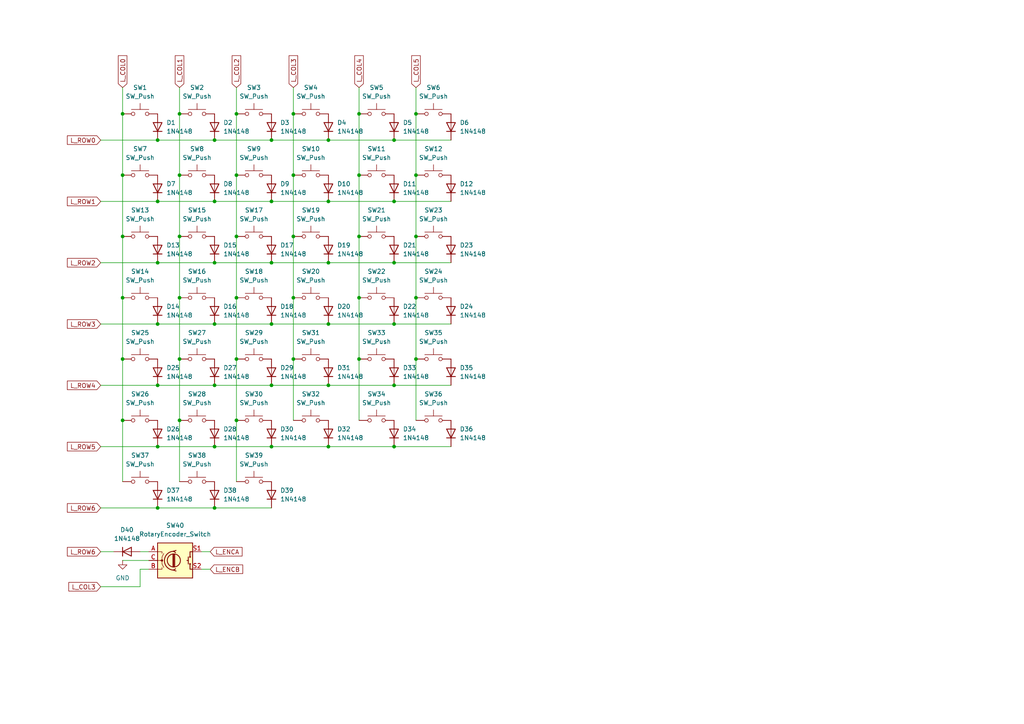
<source format=kicad_sch>
(kicad_sch (version 20250114) (generator "eeschema") (generator_version "9.0")
  (paper "A4")
  (lib_symbols
    (symbol "Device:RotaryEncoder_Switch" (pin_names (offset 0.254) (hide yes))
      (property "Reference" "SW" (at 0 6.604 0))
      (property "Value" "RotaryEncoder_Switch" (at 0 -6.604 0))
      (symbol "RotaryEncoder_Switch_0_1"
        (rectangle (start -5.08 5.08) (end 5.08 -5.08) (stroke (width 0.254)) (fill (type background)))
        (polyline (pts (xy -5.08 2.54) (xy -3.81 2.54) (xy -3.81 2.032)))
        (polyline (pts (xy -5.08 0) (xy -3.81 0) (xy -3.81 -1.016) (xy -3.302 -2.032)))
        (polyline (pts (xy -5.08 -2.54) (xy -3.81 -2.54) (xy -3.81 -2.032)))
        (polyline (pts (xy -4.318 0) (xy -3.81 0) (xy -3.81 1.016) (xy -3.302 2.032)))
        (circle (center -3.81 0) (radius 0.254) (fill (type outline)))
        (polyline (pts (xy -0.635 -1.778) (xy -0.635 1.778)) (stroke (width 0.254)))
        (circle (center -0.381 0) (radius 1.905) (stroke (width 0.254)))
        (polyline (pts (xy -0.381 -1.778) (xy -0.381 1.778)) (stroke (width 0.254)))
        (arc (start -0.381 -2.794) (mid -3.0988 -0.0635) (end -0.381 2.667) (stroke (width 0.254)))
        (polyline (pts (xy -0.127 1.778) (xy -0.127 -1.778)) (stroke (width 0.254)))
        (polyline (pts (xy 0.254 2.921) (xy -0.508 2.667) (xy 0.127 2.286)) (stroke (width 0.254)))
        (polyline (pts (xy 0.254 -3.048) (xy -0.508 -2.794) (xy 0.127 -2.413)) (stroke (width 0.254)))
        (polyline (pts (xy 3.81 1.016) (xy 3.81 -1.016)) (stroke (width 0.254)))
        (polyline (pts (xy 3.81 0) (xy 3.429 0)) (stroke (width 0.254)))
        (circle (center 4.318 1.016) (radius 0.127) (stroke (width 0.254)))
        (circle (center 4.318 -1.016) (radius 0.127) (stroke (width 0.254)))
        (polyline (pts (xy 5.08 2.54) (xy 4.318 2.54) (xy 4.318 1.016)) (stroke (width 0.254)))
        (polyline (pts (xy 5.08 -2.54) (xy 4.318 -2.54) (xy 4.318 -1.016)) (stroke (width 0.254)))
      )
      (symbol "RotaryEncoder_Switch_1_1"
        (pin passive line (at -7.62 2.54 0) (length 2.54) (name "A") (number "A"))
        (pin passive line (at -7.62 0 0) (length 2.54) (name "C") (number "C"))
        (pin passive line (at -7.62 -2.54 0) (length 2.54) (name "B") (number "B"))
        (pin passive line (at 7.62 2.54 180) (length 2.54) (name "S1") (number "S1"))
        (pin passive line (at 7.62 -2.54 180) (length 2.54) (name "S2") (number "S2"))
      )
    )
    (symbol "Diode:1N4148" (pin_numbers (hide yes)) (pin_names (hide yes))
      (property "Reference" "D" (at 0 2.54 0))
      (property "Value" "1N4148" (at 0 -2.54 0))
      (symbol "1N4148_0_1"
        (polyline (pts (xy -1.27 1.27) (xy -1.27 -1.27)) (stroke (width 0.254)))
        (polyline (pts (xy 1.27 1.27) (xy 1.27 -1.27) (xy -1.27 0) (xy 1.27 1.27)) (stroke (width 0.254)))
        (polyline (pts (xy 1.27 0) (xy -1.27 0)))
      )
      (symbol "1N4148_1_1"
        (pin passive line (at -3.81 0 0) (length 2.54) (name "K") (number "1"))
        (pin passive line (at 3.81 0 180) (length 2.54) (name "A") (number "2"))
      )
    )
    (symbol "Switch:SW_Push" (pin_numbers (hide yes)) (pin_names (offset 1.016) (hide yes))
      (property "Reference" "SW" (at 1.27 2.54 0))
      (property "Value" "SW_Push" (at 0 -1.524 0))
      (symbol "SW_Push_0_1"
        (circle (center -2.032 0) (radius 0.508))
        (polyline (pts (xy 0 1.27) (xy 0 3.048)))
        (circle (center 2.032 0) (radius 0.508))
        (polyline (pts (xy 2.54 1.27) (xy -2.54 1.27)))
        (pin passive line (at -5.08 0 0) (length 2.54) (name "1") (number "1"))
        (pin passive line (at 5.08 0 180) (length 2.54) (name "2") (number "2"))
      )
    )
    (symbol "power:GND" (power) (pin_numbers (hide yes)) (pin_names (offset 0) (hide yes))
      (property "Value" "GND" (at 0 -3.81 0))
      (symbol "GND_0_1"
        (polyline (pts (xy 0 0) (xy 0 -1.27) (xy 1.27 -1.27) (xy 0 -2.54) (xy -1.27 -1.27) (xy 0 -1.27)))
      )
      (symbol "GND_1_1"
        (pin power_in line (at 0 0 270) (length 0) (name "~") (number "1"))
      )
    )
  )
  (junction (at 104.14 68.58))
  (junction (at 120.65 50.8))
  (junction (at 62.23 58.42))
  (junction (at 95.25 40.64))
  (junction (at 85.09 86.36))
  (junction (at 68.58 121.92))
  (junction (at 104.14 50.8))
  (junction (at 52.07 50.8))
  (junction (at 35.56 121.92))
  (junction (at 35.56 86.36))
  (junction (at 45.72 129.54))
  (junction (at 62.23 111.76))
  (junction (at 95.25 129.54))
  (junction (at 95.25 93.98))
  (junction (at 45.72 93.98))
  (junction (at 104.14 33.02))
  (junction (at 52.07 68.58))
  (junction (at 78.74 76.2))
  (junction (at 68.58 33.02))
  (junction (at 120.65 33.02))
  (junction (at 52.07 104.14))
  (junction (at 78.74 93.98))
  (junction (at 45.72 147.32))
  (junction (at 95.25 58.42))
  (junction (at 120.65 104.14))
  (junction (at 45.72 76.2))
  (junction (at 35.56 33.02))
  (junction (at 68.58 68.58))
  (junction (at 68.58 104.14))
  (junction (at 114.3 93.98))
  (junction (at 45.72 40.64))
  (junction (at 104.14 104.14))
  (junction (at 95.25 76.2))
  (junction (at 45.72 111.76))
  (junction (at 78.74 40.64))
  (junction (at 45.72 58.42))
  (junction (at 35.56 104.14))
  (junction (at 52.07 121.92))
  (junction (at 85.09 33.02))
  (junction (at 120.65 86.36))
  (junction (at 35.56 50.8))
  (junction (at 62.23 147.32))
  (junction (at 62.23 129.54))
  (junction (at 104.14 86.36))
  (junction (at 52.07 33.02))
  (junction (at 78.74 58.42))
  (junction (at 78.74 129.54))
  (junction (at 68.58 50.8))
  (junction (at 114.3 111.76))
  (junction (at 114.3 40.64))
  (junction (at 62.23 40.64))
  (junction (at 85.09 104.14))
  (junction (at 68.58 86.36))
  (junction (at 78.74 111.76))
  (junction (at 85.09 50.8))
  (junction (at 120.65 68.58))
  (junction (at 62.23 76.2))
  (junction (at 95.25 111.76))
  (junction (at 114.3 129.54))
  (junction (at 85.09 68.58))
  (junction (at 114.3 76.2))
  (junction (at 35.56 68.58))
  (junction (at 114.3 58.42))
  (junction (at 62.23 93.98))
  (junction (at 52.07 86.36))
  (wire (pts (xy 120.65 104.14) (xy 120.65 121.92)))
  (wire (pts (xy 52.07 104.14) (xy 52.07 121.92)))
  (wire (pts (xy 35.56 68.58) (xy 35.56 86.36)))
  (wire (pts (xy 45.72 40.64) (xy 62.23 40.64)))
  (wire (pts (xy 29.21 111.76) (xy 45.72 111.76)))
  (wire (pts (xy 62.23 76.2) (xy 78.74 76.2)))
  (wire (pts (xy 45.72 129.54) (xy 62.23 129.54)))
  (wire (pts (xy 114.3 111.76) (xy 130.81 111.76)))
  (wire (pts (xy 104.14 33.02) (xy 104.14 50.8)))
  (wire (pts (xy 35.56 50.8) (xy 35.56 68.58)))
  (wire (pts (xy 68.58 121.92) (xy 68.58 139.7)))
  (wire (pts (xy 62.23 111.76) (xy 78.74 111.76)))
  (wire (pts (xy 85.09 33.02) (xy 85.09 50.8)))
  (wire (pts (xy 52.07 25.4) (xy 52.07 33.02)))
  (wire (pts (xy 35.56 162.56) (xy 43.18 162.56)))
  (wire (pts (xy 114.3 58.42) (xy 130.81 58.42)))
  (wire (pts (xy 52.07 50.8) (xy 52.07 68.58)))
  (wire (pts (xy 52.07 121.92) (xy 52.07 139.7)))
  (wire (pts (xy 58.42 160.02) (xy 60.96 160.02)))
  (wire (pts (xy 62.23 129.54) (xy 78.74 129.54)))
  (wire (pts (xy 45.72 76.2) (xy 62.23 76.2)))
  (wire (pts (xy 35.56 25.4) (xy 35.56 33.02)))
  (wire (pts (xy 40.64 165.1) (xy 43.18 165.1)))
  (wire (pts (xy 45.72 93.98) (xy 62.23 93.98)))
  (wire (pts (xy 62.23 147.32) (xy 78.74 147.32)))
  (wire (pts (xy 45.72 147.32) (xy 62.23 147.32)))
  (wire (pts (xy 114.3 129.54) (xy 130.81 129.54)))
  (wire (pts (xy 45.72 58.42) (xy 62.23 58.42)))
  (wire (pts (xy 58.42 165.1) (xy 60.96 165.1)))
  (wire (pts (xy 29.21 147.32) (xy 45.72 147.32)))
  (wire (pts (xy 52.07 86.36) (xy 52.07 104.14)))
  (wire (pts (xy 52.07 33.02) (xy 52.07 50.8)))
  (wire (pts (xy 45.72 111.76) (xy 62.23 111.76)))
  (wire (pts (xy 95.25 40.64) (xy 114.3 40.64)))
  (wire (pts (xy 95.25 58.42) (xy 114.3 58.42)))
  (wire (pts (xy 104.14 50.8) (xy 104.14 68.58)))
  (wire (pts (xy 85.09 104.14) (xy 85.09 121.92)))
  (wire (pts (xy 104.14 86.36) (xy 104.14 104.14)))
  (wire (pts (xy 62.23 93.98) (xy 78.74 93.98)))
  (wire (pts (xy 52.07 68.58) (xy 52.07 86.36)))
  (wire (pts (xy 85.09 25.4) (xy 85.09 33.02)))
  (wire (pts (xy 95.25 93.98) (xy 114.3 93.98)))
  (wire (pts (xy 68.58 25.4) (xy 68.58 33.02)))
  (wire (pts (xy 29.21 93.98) (xy 45.72 93.98)))
  (wire (pts (xy 68.58 50.8) (xy 68.58 68.58)))
  (wire (pts (xy 85.09 68.58) (xy 85.09 86.36)))
  (wire (pts (xy 40.64 170.18) (xy 40.64 165.1)))
  (wire (pts (xy 120.65 50.8) (xy 120.65 68.58)))
  (wire (pts (xy 29.21 160.02) (xy 33.02 160.02)))
  (wire (pts (xy 68.58 68.58) (xy 68.58 86.36)))
  (wire (pts (xy 68.58 86.36) (xy 68.58 104.14)))
  (wire (pts (xy 29.21 129.54) (xy 45.72 129.54)))
  (wire (pts (xy 35.56 121.92) (xy 35.56 139.7)))
  (wire (pts (xy 78.74 76.2) (xy 95.25 76.2)))
  (wire (pts (xy 29.21 76.2) (xy 45.72 76.2)))
  (wire (pts (xy 114.3 40.64) (xy 130.81 40.64)))
  (wire (pts (xy 95.25 111.76) (xy 114.3 111.76)))
  (wire (pts (xy 35.56 104.14) (xy 35.56 121.92)))
  (wire (pts (xy 78.74 40.64) (xy 95.25 40.64)))
  (wire (pts (xy 104.14 68.58) (xy 104.14 86.36)))
  (wire (pts (xy 104.14 104.14) (xy 104.14 121.92)))
  (wire (pts (xy 120.65 25.4) (xy 120.65 33.02)))
  (wire (pts (xy 78.74 93.98) (xy 95.25 93.98)))
  (wire (pts (xy 78.74 111.76) (xy 95.25 111.76)))
  (wire (pts (xy 85.09 86.36) (xy 85.09 104.14)))
  (wire (pts (xy 29.21 40.64) (xy 45.72 40.64)))
  (wire (pts (xy 114.3 93.98) (xy 130.81 93.98)))
  (wire (pts (xy 104.14 25.4) (xy 104.14 33.02)))
  (wire (pts (xy 68.58 104.14) (xy 68.58 121.92)))
  (wire (pts (xy 78.74 58.42) (xy 95.25 58.42)))
  (wire (pts (xy 114.3 76.2) (xy 130.81 76.2)))
  (wire (pts (xy 62.23 58.42) (xy 78.74 58.42)))
  (wire (pts (xy 120.65 33.02) (xy 120.65 50.8)))
  (wire (pts (xy 68.58 33.02) (xy 68.58 50.8)))
  (wire (pts (xy 120.65 86.36) (xy 120.65 104.14)))
  (wire (pts (xy 29.21 170.18) (xy 40.64 170.18)))
  (wire (pts (xy 40.64 160.02) (xy 43.18 160.02)))
  (wire (pts (xy 85.09 50.8) (xy 85.09 68.58)))
  (wire (pts (xy 29.21 58.42) (xy 45.72 58.42)))
  (wire (pts (xy 78.74 129.54) (xy 95.25 129.54)))
  (wire (pts (xy 95.25 129.54) (xy 114.3 129.54)))
  (wire (pts (xy 62.23 40.64) (xy 78.74 40.64)))
  (wire (pts (xy 35.56 33.02) (xy 35.56 50.8)))
  (wire (pts (xy 95.25 76.2) (xy 114.3 76.2)))
  (wire (pts (xy 120.65 68.58) (xy 120.65 86.36)))
  (wire (pts (xy 35.56 86.36) (xy 35.56 104.14)))
  (global_label "L_ENCB" (shape input) (at 60.96 165.1 0) (property "Intersheetrefs" "${INTERSHEET_REFS}" (effects (hide yes))))
  (global_label "L_COL3" (shape input) (at 29.21 170.18 180) (property "Intersheetrefs" "${INTERSHEET_REFS}" (effects (hide yes))))
  (global_label "L_COL1" (shape input) (at 52.07 25.4 90) (property "Intersheetrefs" "${INTERSHEET_REFS}" (effects (hide yes))))
  (global_label "L_ROW0" (shape input) (at 29.21 40.64 180) (property "Intersheetrefs" "${INTERSHEET_REFS}" (effects (hide yes))))
  (global_label "L_ROW3" (shape input) (at 29.21 93.98 180) (property "Intersheetrefs" "${INTERSHEET_REFS}" (effects (hide yes))))
  (global_label "L_COL2" (shape input) (at 68.58 25.4 90) (property "Intersheetrefs" "${INTERSHEET_REFS}" (effects (hide yes))))
  (global_label "L_ENCA" (shape input) (at 60.96 160.02 0) (property "Intersheetrefs" "${INTERSHEET_REFS}" (effects (hide yes))))
  (global_label "L_ROW6" (shape input) (at 29.21 160.02 180) (property "Intersheetrefs" "${INTERSHEET_REFS}" (effects (hide yes))))
  (global_label "L_ROW4" (shape input) (at 29.21 111.76 180) (property "Intersheetrefs" "${INTERSHEET_REFS}" (effects (hide yes))))
  (global_label "L_COL4" (shape input) (at 104.14 25.4 90) (property "Intersheetrefs" "${INTERSHEET_REFS}" (effects (hide yes))))
  (global_label "L_ROW2" (shape input) (at 29.21 76.2 180) (property "Intersheetrefs" "${INTERSHEET_REFS}" (effects (hide yes))))
  (global_label "L_ROW1" (shape input) (at 29.21 58.42 180) (property "Intersheetrefs" "${INTERSHEET_REFS}" (effects (hide yes))))
  (global_label "L_ROW6" (shape input) (at 29.21 147.32 180) (property "Intersheetrefs" "${INTERSHEET_REFS}" (effects (hide yes))))
  (global_label "L_ROW5" (shape input) (at 29.21 129.54 180) (property "Intersheetrefs" "${INTERSHEET_REFS}" (effects (hide yes))))
  (global_label "L_COL0" (shape input) (at 35.56 25.4 90) (property "Intersheetrefs" "${INTERSHEET_REFS}" (effects (hide yes))))
  (global_label "L_COL3" (shape input) (at 85.09 25.4 90) (property "Intersheetrefs" "${INTERSHEET_REFS}" (effects (hide yes))))
  (global_label "L_COL5" (shape input) (at 120.65 25.4 90) (property "Intersheetrefs" "${INTERSHEET_REFS}" (effects (hide yes))))
  (symbol (lib_id "Diode:1N4148") (at 45.72 90.17 90) (unit 1)
    (property "Reference" "D14" (at 48.26 88.8999 90) (effects (justify right)))
    (property "Value" "1N4148" (at 48.26 91.4399 90) (effects (justify right)))
    (property "Footprint" "Diode_THT:D_DO-35_SOD27_P7.62mm_Horizontal" (effects (hide yes)))
    (property "Datasheet" "https://assets.nexperia.com/documents/data-sheet/1N4148_1N4448.pdf" (effects (hide yes)))
    (property "Description" "100V 0.15A standard switching diode, DO-35" (effects (hide yes)))
    (property "Sim.Device" "D" (effects (hide yes)))
    (property "Sim.Pins" "1=K 2=A" (effects (hide yes)))
  )
  (symbol (lib_id "Switch:SW_Push") (at 57.15 139.7 0) (unit 1)
    (property "Reference" "SW38" (at 57.15 132.08 0))
    (property "Value" "SW_Push" (at 57.15 134.62 0))
    (property "Footprint" "Gateron_KS33_Hotswap:Gateron-KS33-Hotswap-1U" (effects (hide yes)))
    (property "Description" "Push button switch, generic, two pins" (effects (hide yes)))
  )
  (symbol (lib_id "Switch:SW_Push") (at 109.22 68.58 0) (unit 1)
    (property "Reference" "SW21" (at 109.22 60.96 0))
    (property "Value" "SW_Push" (at 109.22 63.5 0))
    (property "Footprint" "Gateron_KS33_Hotswap:Gateron-KS33-Hotswap-1U" (effects (hide yes)))
    (property "Description" "Push button switch, generic, two pins" (effects (hide yes)))
  )
  (symbol (lib_id "Diode:1N4148") (at 95.25 107.95 90) (unit 1)
    (property "Reference" "D31" (at 97.79 106.6799 90) (effects (justify right)))
    (property "Value" "1N4148" (at 97.79 109.2199 90) (effects (justify right)))
    (property "Footprint" "Diode_THT:D_DO-35_SOD27_P7.62mm_Horizontal" (effects (hide yes)))
    (property "Datasheet" "https://assets.nexperia.com/documents/data-sheet/1N4148_1N4448.pdf" (effects (hide yes)))
    (property "Description" "100V 0.15A standard switching diode, DO-35" (effects (hide yes)))
    (property "Sim.Device" "D" (effects (hide yes)))
    (property "Sim.Pins" "1=K 2=A" (effects (hide yes)))
  )
  (symbol (lib_id "Switch:SW_Push") (at 90.17 86.36 0) (unit 1)
    (property "Reference" "SW20" (at 90.17 78.74 0))
    (property "Value" "SW_Push" (at 90.17 81.28 0))
    (property "Footprint" "Gateron_KS33_Hotswap:Gateron-KS33-Hotswap-1U" (effects (hide yes)))
    (property "Description" "Push button switch, generic, two pins" (effects (hide yes)))
  )
  (symbol (lib_id "Diode:1N4148") (at 78.74 72.39 90) (unit 1)
    (property "Reference" "D17" (at 81.28 71.1199 90) (effects (justify right)))
    (property "Value" "1N4148" (at 81.28 73.6599 90) (effects (justify right)))
    (property "Footprint" "Diode_THT:D_DO-35_SOD27_P7.62mm_Horizontal" (effects (hide yes)))
    (property "Datasheet" "https://assets.nexperia.com/documents/data-sheet/1N4148_1N4448.pdf" (effects (hide yes)))
    (property "Description" "100V 0.15A standard switching diode, DO-35" (effects (hide yes)))
    (property "Sim.Device" "D" (effects (hide yes)))
    (property "Sim.Pins" "1=K 2=A" (effects (hide yes)))
  )
  (symbol (lib_id "Switch:SW_Push") (at 57.15 104.14 0) (unit 1)
    (property "Reference" "SW27" (at 57.15 96.52 0))
    (property "Value" "SW_Push" (at 57.15 99.06 0))
    (property "Footprint" "Gateron_KS33_Hotswap:Gateron-KS33-Hotswap-1U" (effects (hide yes)))
    (property "Description" "Push button switch, generic, two pins" (effects (hide yes)))
  )
  (symbol (lib_id "power:GND") (at 35.56 162.56 0) (unit 1)
    (property "Reference" "#PWR06" (effects (hide yes)))
    (property "Value" "GND" (at 35.56 167.64 0))
    (property "Description" "Power symbol creates a global label with name \"GND\" , ground" (effects (hide yes)))
  )
  (symbol (lib_id "Switch:SW_Push") (at 57.15 33.02 0) (unit 1)
    (property "Reference" "SW2" (at 57.15 25.4 0))
    (property "Value" "SW_Push" (at 57.15 27.94 0))
    (property "Footprint" "Gateron_KS33_Hotswap:Gateron-KS33-Hotswap-1U" (effects (hide yes)))
    (property "Description" "Push button switch, generic, two pins" (effects (hide yes)))
  )
  (symbol (lib_id "Switch:SW_Push") (at 109.22 33.02 0) (unit 1)
    (property "Reference" "SW5" (at 109.22 25.4 0))
    (property "Value" "SW_Push" (at 109.22 27.94 0))
    (property "Footprint" "Gateron_KS33_Hotswap:Gateron-KS33-Hotswap-1U" (effects (hide yes)))
    (property "Description" "Push button switch, generic, two pins" (effects (hide yes)))
  )
  (symbol (lib_id "Switch:SW_Push") (at 73.66 104.14 0) (unit 1)
    (property "Reference" "SW29" (at 73.66 96.52 0))
    (property "Value" "SW_Push" (at 73.66 99.06 0))
    (property "Footprint" "Gateron_KS33_Hotswap:Gateron-KS33-Hotswap-1U" (effects (hide yes)))
    (property "Description" "Push button switch, generic, two pins" (effects (hide yes)))
  )
  (symbol (lib_id "Switch:SW_Push") (at 40.64 121.92 0) (unit 1)
    (property "Reference" "SW26" (at 40.64 114.3 0))
    (property "Value" "SW_Push" (at 40.64 116.84 0))
    (property "Footprint" "Gateron_KS33_Hotswap:Gateron-KS33-Hotswap-1U" (effects (hide yes)))
    (property "Description" "Push button switch, generic, two pins" (effects (hide yes)))
  )
  (symbol (lib_id "Diode:1N4148") (at 130.81 90.17 90) (unit 1)
    (property "Reference" "D24" (at 133.35 88.8999 90) (effects (justify right)))
    (property "Value" "1N4148" (at 133.35 91.4399 90) (effects (justify right)))
    (property "Footprint" "Diode_THT:D_DO-35_SOD27_P7.62mm_Horizontal" (effects (hide yes)))
    (property "Datasheet" "https://assets.nexperia.com/documents/data-sheet/1N4148_1N4448.pdf" (effects (hide yes)))
    (property "Description" "100V 0.15A standard switching diode, DO-35" (effects (hide yes)))
    (property "Sim.Device" "D" (effects (hide yes)))
    (property "Sim.Pins" "1=K 2=A" (effects (hide yes)))
  )
  (symbol (lib_id "Device:RotaryEncoder_Switch") (at 50.8 162.56 0) (unit 1)
    (property "Reference" "SW40" (at 50.8 152.4 0))
    (property "Value" "RotaryEncoder_Switch" (at 50.8 154.94 0))
    (property "Footprint" "Rotary_Encoder:RotaryEncoder_Alps_EC11E-Switch_Vertical_H20mm" (effects (hide yes)))
    (property "Description" "Rotary encoder, dual channel, incremental quadrate outputs, with switch" (effects (hide yes)))
  )
  (symbol (lib_id "Switch:SW_Push") (at 40.64 50.8 0) (unit 1)
    (property "Reference" "SW7" (at 40.64 43.18 0))
    (property "Value" "SW_Push" (at 40.64 45.72 0))
    (property "Footprint" "Gateron_KS33_Hotswap:Gateron-KS33-Hotswap-1U" (effects (hide yes)))
    (property "Description" "Push button switch, generic, two pins" (effects (hide yes)))
  )
  (symbol (lib_id "Switch:SW_Push") (at 90.17 50.8 0) (unit 1)
    (property "Reference" "SW10" (at 90.17 43.18 0))
    (property "Value" "SW_Push" (at 90.17 45.72 0))
    (property "Footprint" "Gateron_KS33_Hotswap:Gateron-KS33-Hotswap-1U" (effects (hide yes)))
    (property "Description" "Push button switch, generic, two pins" (effects (hide yes)))
  )
  (symbol (lib_id "Diode:1N4148") (at 78.74 143.51 90) (unit 1)
    (property "Reference" "D39" (at 81.28 142.2399 90) (effects (justify right)))
    (property "Value" "1N4148" (at 81.28 144.7799 90) (effects (justify right)))
    (property "Footprint" "Diode_THT:D_DO-35_SOD27_P7.62mm_Horizontal" (effects (hide yes)))
    (property "Datasheet" "https://assets.nexperia.com/documents/data-sheet/1N4148_1N4448.pdf" (effects (hide yes)))
    (property "Description" "100V 0.15A standard switching diode, DO-35" (effects (hide yes)))
    (property "Sim.Device" "D" (effects (hide yes)))
    (property "Sim.Pins" "1=K 2=A" (effects (hide yes)))
  )
  (symbol (lib_id "Switch:SW_Push") (at 109.22 104.14 0) (unit 1)
    (property "Reference" "SW33" (at 109.22 96.52 0))
    (property "Value" "SW_Push" (at 109.22 99.06 0))
    (property "Footprint" "Gateron_KS33_Hotswap:Gateron-KS33-Hotswap-1U" (effects (hide yes)))
    (property "Description" "Push button switch, generic, two pins" (effects (hide yes)))
  )
  (symbol (lib_id "Diode:1N4148") (at 78.74 54.61 90) (unit 1)
    (property "Reference" "D9" (at 81.28 53.3399 90) (effects (justify right)))
    (property "Value" "1N4148" (at 81.28 55.8799 90) (effects (justify right)))
    (property "Footprint" "Diode_THT:D_DO-35_SOD27_P7.62mm_Horizontal" (effects (hide yes)))
    (property "Datasheet" "https://assets.nexperia.com/documents/data-sheet/1N4148_1N4448.pdf" (effects (hide yes)))
    (property "Description" "100V 0.15A standard switching diode, DO-35" (effects (hide yes)))
    (property "Sim.Device" "D" (effects (hide yes)))
    (property "Sim.Pins" "1=K 2=A" (effects (hide yes)))
  )
  (symbol (lib_id "Switch:SW_Push") (at 90.17 68.58 0) (unit 1)
    (property "Reference" "SW19" (at 90.17 60.96 0))
    (property "Value" "SW_Push" (at 90.17 63.5 0))
    (property "Footprint" "Gateron_KS33_Hotswap:Gateron-KS33-Hotswap-1U" (effects (hide yes)))
    (property "Description" "Push button switch, generic, two pins" (effects (hide yes)))
  )
  (symbol (lib_id "Switch:SW_Push") (at 125.73 86.36 0) (unit 1)
    (property "Reference" "SW24" (at 125.73 78.74 0))
    (property "Value" "SW_Push" (at 125.73 81.28 0))
    (property "Footprint" "Gateron_KS33_Hotswap:Gateron-KS33-Hotswap-1.25U" (effects (hide yes)))
    (property "Description" "Push button switch, generic, two pins" (effects (hide yes)))
  )
  (symbol (lib_id "Switch:SW_Push") (at 40.64 33.02 0) (unit 1)
    (property "Reference" "SW1" (at 40.64 25.4 0))
    (property "Value" "SW_Push" (at 40.64 27.94 0))
    (property "Footprint" "Gateron_KS33_Hotswap:Gateron-KS33-Hotswap-1U" (effects (hide yes)))
    (property "Description" "Push button switch, generic, two pins" (effects (hide yes)))
  )
  (symbol (lib_id "Diode:1N4148") (at 78.74 36.83 90) (unit 1)
    (property "Reference" "D3" (at 81.28 35.5599 90) (effects (justify right)))
    (property "Value" "1N4148" (at 81.28 38.0999 90) (effects (justify right)))
    (property "Footprint" "Diode_THT:D_DO-35_SOD27_P7.62mm_Horizontal" (effects (hide yes)))
    (property "Datasheet" "https://assets.nexperia.com/documents/data-sheet/1N4148_1N4448.pdf" (effects (hide yes)))
    (property "Description" "100V 0.15A standard switching diode, DO-35" (effects (hide yes)))
    (property "Sim.Device" "D" (effects (hide yes)))
    (property "Sim.Pins" "1=K 2=A" (effects (hide yes)))
  )
  (symbol (lib_id "Diode:1N4148") (at 62.23 90.17 90) (unit 1)
    (property "Reference" "D16" (at 64.77 88.8999 90) (effects (justify right)))
    (property "Value" "1N4148" (at 64.77 91.4399 90) (effects (justify right)))
    (property "Footprint" "Diode_THT:D_DO-35_SOD27_P7.62mm_Horizontal" (effects (hide yes)))
    (property "Datasheet" "https://assets.nexperia.com/documents/data-sheet/1N4148_1N4448.pdf" (effects (hide yes)))
    (property "Description" "100V 0.15A standard switching diode, DO-35" (effects (hide yes)))
    (property "Sim.Device" "D" (effects (hide yes)))
    (property "Sim.Pins" "1=K 2=A" (effects (hide yes)))
  )
  (symbol (lib_id "Diode:1N4148") (at 45.72 72.39 90) (unit 1)
    (property "Reference" "D13" (at 48.26 71.1199 90) (effects (justify right)))
    (property "Value" "1N4148" (at 48.26 73.6599 90) (effects (justify right)))
    (property "Footprint" "Diode_THT:D_DO-35_SOD27_P7.62mm_Horizontal" (effects (hide yes)))
    (property "Datasheet" "https://assets.nexperia.com/documents/data-sheet/1N4148_1N4448.pdf" (effects (hide yes)))
    (property "Description" "100V 0.15A standard switching diode, DO-35" (effects (hide yes)))
    (property "Sim.Device" "D" (effects (hide yes)))
    (property "Sim.Pins" "1=K 2=A" (effects (hide yes)))
  )
  (symbol (lib_id "Switch:SW_Push") (at 73.66 121.92 0) (unit 1)
    (property "Reference" "SW30" (at 73.66 114.3 0))
    (property "Value" "SW_Push" (at 73.66 116.84 0))
    (property "Footprint" "Gateron_KS33_Hotswap:Gateron-KS33-Hotswap-2U" (effects (hide yes)))
    (property "Description" "Push button switch, generic, two pins" (effects (hide yes)))
  )
  (symbol (lib_id "Switch:SW_Push") (at 40.64 86.36 0) (unit 1)
    (property "Reference" "SW14" (at 40.64 78.74 0))
    (property "Value" "SW_Push" (at 40.64 81.28 0))
    (property "Footprint" "Gateron_KS33_Hotswap:Gateron-KS33-Hotswap-1U" (effects (hide yes)))
    (property "Description" "Push button switch, generic, two pins" (effects (hide yes)))
  )
  (symbol (lib_id "Switch:SW_Push") (at 109.22 86.36 0) (unit 1)
    (property "Reference" "SW22" (at 109.22 78.74 0))
    (property "Value" "SW_Push" (at 109.22 81.28 0))
    (property "Footprint" "Gateron_KS33_Hotswap:Gateron-KS33-Hotswap-1U" (effects (hide yes)))
    (property "Description" "Push button switch, generic, two pins" (effects (hide yes)))
  )
  (symbol (lib_id "Diode:1N4148") (at 45.72 36.83 90) (unit 1)
    (property "Reference" "D1" (at 48.26 35.5599 90) (effects (justify right)))
    (property "Value" "1N4148" (at 48.26 38.0999 90) (effects (justify right)))
    (property "Footprint" "Diode_THT:D_DO-35_SOD27_P7.62mm_Horizontal" (effects (hide yes)))
    (property "Datasheet" "https://assets.nexperia.com/documents/data-sheet/1N4148_1N4448.pdf" (effects (hide yes)))
    (property "Description" "100V 0.15A standard switching diode, DO-35" (effects (hide yes)))
    (property "Sim.Device" "D" (effects (hide yes)))
    (property "Sim.Pins" "1=K 2=A" (effects (hide yes)))
  )
  (symbol (lib_id "Diode:1N4148") (at 95.25 54.61 90) (unit 1)
    (property "Reference" "D10" (at 97.79 53.3399 90) (effects (justify right)))
    (property "Value" "1N4148" (at 97.79 55.8799 90) (effects (justify right)))
    (property "Footprint" "Diode_THT:D_DO-35_SOD27_P7.62mm_Horizontal" (effects (hide yes)))
    (property "Datasheet" "https://assets.nexperia.com/documents/data-sheet/1N4148_1N4448.pdf" (effects (hide yes)))
    (property "Description" "100V 0.15A standard switching diode, DO-35" (effects (hide yes)))
    (property "Sim.Device" "D" (effects (hide yes)))
    (property "Sim.Pins" "1=K 2=A" (effects (hide yes)))
  )
  (symbol (lib_id "Diode:1N4148") (at 130.81 72.39 90) (unit 1)
    (property "Reference" "D23" (at 133.35 71.1199 90) (effects (justify right)))
    (property "Value" "1N4148" (at 133.35 73.6599 90) (effects (justify right)))
    (property "Footprint" "Diode_THT:D_DO-35_SOD27_P7.62mm_Horizontal" (effects (hide yes)))
    (property "Datasheet" "https://assets.nexperia.com/documents/data-sheet/1N4148_1N4448.pdf" (effects (hide yes)))
    (property "Description" "100V 0.15A standard switching diode, DO-35" (effects (hide yes)))
    (property "Sim.Device" "D" (effects (hide yes)))
    (property "Sim.Pins" "1=K 2=A" (effects (hide yes)))
  )
  (symbol (lib_id "Switch:SW_Push") (at 73.66 68.58 0) (unit 1)
    (property "Reference" "SW17" (at 73.66 60.96 0))
    (property "Value" "SW_Push" (at 73.66 63.5 0))
    (property "Footprint" "Gateron_KS33_Hotswap:Gateron-KS33-Hotswap-1U" (effects (hide yes)))
    (property "Description" "Push button switch, generic, two pins" (effects (hide yes)))
  )
  (symbol (lib_id "Diode:1N4148") (at 62.23 107.95 90) (unit 1)
    (property "Reference" "D27" (at 64.77 106.6799 90) (effects (justify right)))
    (property "Value" "1N4148" (at 64.77 109.2199 90) (effects (justify right)))
    (property "Footprint" "Diode_THT:D_DO-35_SOD27_P7.62mm_Horizontal" (effects (hide yes)))
    (property "Datasheet" "https://assets.nexperia.com/documents/data-sheet/1N4148_1N4448.pdf" (effects (hide yes)))
    (property "Description" "100V 0.15A standard switching diode, DO-35" (effects (hide yes)))
    (property "Sim.Device" "D" (effects (hide yes)))
    (property "Sim.Pins" "1=K 2=A" (effects (hide yes)))
  )
  (symbol (lib_id "Diode:1N4148") (at 95.25 90.17 90) (unit 1)
    (property "Reference" "D20" (at 97.79 88.8999 90) (effects (justify right)))
    (property "Value" "1N4148" (at 97.79 91.4399 90) (effects (justify right)))
    (property "Footprint" "Diode_THT:D_DO-35_SOD27_P7.62mm_Horizontal" (effects (hide yes)))
    (property "Datasheet" "https://assets.nexperia.com/documents/data-sheet/1N4148_1N4448.pdf" (effects (hide yes)))
    (property "Description" "100V 0.15A standard switching diode, DO-35" (effects (hide yes)))
    (property "Sim.Device" "D" (effects (hide yes)))
    (property "Sim.Pins" "1=K 2=A" (effects (hide yes)))
  )
  (symbol (lib_id "Switch:SW_Push") (at 57.15 121.92 0) (unit 1)
    (property "Reference" "SW28" (at 57.15 114.3 0))
    (property "Value" "SW_Push" (at 57.15 116.84 0))
    (property "Footprint" "Gateron_KS33_Hotswap:Gateron-KS33-Hotswap-1U" (effects (hide yes)))
    (property "Description" "Push button switch, generic, two pins" (effects (hide yes)))
  )
  (symbol (lib_id "Diode:1N4148") (at 78.74 107.95 90) (unit 1)
    (property "Reference" "D29" (at 81.28 106.6799 90) (effects (justify right)))
    (property "Value" "1N4148" (at 81.28 109.2199 90) (effects (justify right)))
    (property "Footprint" "Diode_THT:D_DO-35_SOD27_P7.62mm_Horizontal" (effects (hide yes)))
    (property "Datasheet" "https://assets.nexperia.com/documents/data-sheet/1N4148_1N4448.pdf" (effects (hide yes)))
    (property "Description" "100V 0.15A standard switching diode, DO-35" (effects (hide yes)))
    (property "Sim.Device" "D" (effects (hide yes)))
    (property "Sim.Pins" "1=K 2=A" (effects (hide yes)))
  )
  (symbol (lib_id "Diode:1N4148") (at 78.74 90.17 90) (unit 1)
    (property "Reference" "D18" (at 81.28 88.8999 90) (effects (justify right)))
    (property "Value" "1N4148" (at 81.28 91.4399 90) (effects (justify right)))
    (property "Footprint" "Diode_THT:D_DO-35_SOD27_P7.62mm_Horizontal" (effects (hide yes)))
    (property "Datasheet" "https://assets.nexperia.com/documents/data-sheet/1N4148_1N4448.pdf" (effects (hide yes)))
    (property "Description" "100V 0.15A standard switching diode, DO-35" (effects (hide yes)))
    (property "Sim.Device" "D" (effects (hide yes)))
    (property "Sim.Pins" "1=K 2=A" (effects (hide yes)))
  )
  (symbol (lib_id "Diode:1N4148") (at 114.3 54.61 90) (unit 1)
    (property "Reference" "D11" (at 116.84 53.3399 90) (effects (justify right)))
    (property "Value" "1N4148" (at 116.84 55.8799 90) (effects (justify right)))
    (property "Footprint" "Diode_THT:D_DO-35_SOD27_P7.62mm_Horizontal" (effects (hide yes)))
    (property "Datasheet" "https://assets.nexperia.com/documents/data-sheet/1N4148_1N4448.pdf" (effects (hide yes)))
    (property "Description" "100V 0.15A standard switching diode, DO-35" (effects (hide yes)))
    (property "Sim.Device" "D" (effects (hide yes)))
    (property "Sim.Pins" "1=K 2=A" (effects (hide yes)))
  )
  (symbol (lib_id "Switch:SW_Push") (at 57.15 86.36 0) (unit 1)
    (property "Reference" "SW16" (at 57.15 78.74 0))
    (property "Value" "SW_Push" (at 57.15 81.28 0))
    (property "Footprint" "Gateron_KS33_Hotswap:Gateron-KS33-Hotswap-1U" (effects (hide yes)))
    (property "Description" "Push button switch, generic, two pins" (effects (hide yes)))
  )
  (symbol (lib_id "Diode:1N4148") (at 62.23 125.73 90) (unit 1)
    (property "Reference" "D28" (at 64.77 124.4599 90) (effects (justify right)))
    (property "Value" "1N4148" (at 64.77 126.9999 90) (effects (justify right)))
    (property "Footprint" "Diode_THT:D_DO-35_SOD27_P7.62mm_Horizontal" (effects (hide yes)))
    (property "Datasheet" "https://assets.nexperia.com/documents/data-sheet/1N4148_1N4448.pdf" (effects (hide yes)))
    (property "Description" "100V 0.15A standard switching diode, DO-35" (effects (hide yes)))
    (property "Sim.Device" "D" (effects (hide yes)))
    (property "Sim.Pins" "1=K 2=A" (effects (hide yes)))
  )
  (symbol (lib_id "Diode:1N4148") (at 130.81 54.61 90) (unit 1)
    (property "Reference" "D12" (at 133.35 53.3399 90) (effects (justify right)))
    (property "Value" "1N4148" (at 133.35 55.8799 90) (effects (justify right)))
    (property "Footprint" "Diode_THT:D_DO-35_SOD27_P7.62mm_Horizontal" (effects (hide yes)))
    (property "Datasheet" "https://assets.nexperia.com/documents/data-sheet/1N4148_1N4448.pdf" (effects (hide yes)))
    (property "Description" "100V 0.15A standard switching diode, DO-35" (effects (hide yes)))
    (property "Sim.Device" "D" (effects (hide yes)))
    (property "Sim.Pins" "1=K 2=A" (effects (hide yes)))
  )
  (symbol (lib_id "Diode:1N4148") (at 45.72 107.95 90) (unit 1)
    (property "Reference" "D25" (at 48.26 106.6799 90) (effects (justify right)))
    (property "Value" "1N4148" (at 48.26 109.2199 90) (effects (justify right)))
    (property "Footprint" "Diode_THT:D_DO-35_SOD27_P7.62mm_Horizontal" (effects (hide yes)))
    (property "Datasheet" "https://assets.nexperia.com/documents/data-sheet/1N4148_1N4448.pdf" (effects (hide yes)))
    (property "Description" "100V 0.15A standard switching diode, DO-35" (effects (hide yes)))
    (property "Sim.Device" "D" (effects (hide yes)))
    (property "Sim.Pins" "1=K 2=A" (effects (hide yes)))
  )
  (symbol (lib_id "Diode:1N4148") (at 114.3 36.83 90) (unit 1)
    (property "Reference" "D5" (at 116.84 35.5599 90) (effects (justify right)))
    (property "Value" "1N4148" (at 116.84 38.0999 90) (effects (justify right)))
    (property "Footprint" "Diode_THT:D_DO-35_SOD27_P7.62mm_Horizontal" (effects (hide yes)))
    (property "Datasheet" "https://assets.nexperia.com/documents/data-sheet/1N4148_1N4448.pdf" (effects (hide yes)))
    (property "Description" "100V 0.15A standard switching diode, DO-35" (effects (hide yes)))
    (property "Sim.Device" "D" (effects (hide yes)))
    (property "Sim.Pins" "1=K 2=A" (effects (hide yes)))
  )
  (symbol (lib_id "Switch:SW_Push") (at 57.15 68.58 0) (unit 1)
    (property "Reference" "SW15" (at 57.15 60.96 0))
    (property "Value" "SW_Push" (at 57.15 63.5 0))
    (property "Footprint" "Gateron_KS33_Hotswap:Gateron-KS33-Hotswap-1U" (effects (hide yes)))
    (property "Description" "Push button switch, generic, two pins" (effects (hide yes)))
  )
  (symbol (lib_id "Switch:SW_Push") (at 90.17 104.14 0) (unit 1)
    (property "Reference" "SW31" (at 90.17 96.52 0))
    (property "Value" "SW_Push" (at 90.17 99.06 0))
    (property "Footprint" "Gateron_KS33_Hotswap:Gateron-KS33-Hotswap-1U" (effects (hide yes)))
    (property "Description" "Push button switch, generic, two pins" (effects (hide yes)))
  )
  (symbol (lib_id "Switch:SW_Push") (at 125.73 68.58 0) (unit 1)
    (property "Reference" "SW23" (at 125.73 60.96 0))
    (property "Value" "SW_Push" (at 125.73 63.5 0))
    (property "Footprint" "Gateron_KS33_Hotswap:Gateron-KS33-Hotswap-1.25U" (effects (hide yes)))
    (property "Description" "Push button switch, generic, two pins" (effects (hide yes)))
  )
  (symbol (lib_id "Diode:1N4148") (at 62.23 72.39 90) (unit 1)
    (property "Reference" "D15" (at 64.77 71.1199 90) (effects (justify right)))
    (property "Value" "1N4148" (at 64.77 73.6599 90) (effects (justify right)))
    (property "Footprint" "Diode_THT:D_DO-35_SOD27_P7.62mm_Horizontal" (effects (hide yes)))
    (property "Datasheet" "https://assets.nexperia.com/documents/data-sheet/1N4148_1N4448.pdf" (effects (hide yes)))
    (property "Description" "100V 0.15A standard switching diode, DO-35" (effects (hide yes)))
    (property "Sim.Device" "D" (effects (hide yes)))
    (property "Sim.Pins" "1=K 2=A" (effects (hide yes)))
  )
  (symbol (lib_id "Diode:1N4148") (at 62.23 36.83 90) (unit 1)
    (property "Reference" "D2" (at 64.77 35.5599 90) (effects (justify right)))
    (property "Value" "1N4148" (at 64.77 38.0999 90) (effects (justify right)))
    (property "Footprint" "Diode_THT:D_DO-35_SOD27_P7.62mm_Horizontal" (effects (hide yes)))
    (property "Datasheet" "https://assets.nexperia.com/documents/data-sheet/1N4148_1N4448.pdf" (effects (hide yes)))
    (property "Description" "100V 0.15A standard switching diode, DO-35" (effects (hide yes)))
    (property "Sim.Device" "D" (effects (hide yes)))
    (property "Sim.Pins" "1=K 2=A" (effects (hide yes)))
  )
  (symbol (lib_id "Switch:SW_Push") (at 125.73 33.02 0) (unit 1)
    (property "Reference" "SW6" (at 125.73 25.4 0))
    (property "Value" "SW_Push" (at 125.73 27.94 0))
    (property "Footprint" "Gateron_KS33_Hotswap:Gateron-KS33-Hotswap-1U" (effects (hide yes)))
    (property "Description" "Push button switch, generic, two pins" (effects (hide yes)))
  )
  (symbol (lib_id "Diode:1N4148") (at 114.3 90.17 90) (unit 1)
    (property "Reference" "D22" (at 116.84 88.8999 90) (effects (justify right)))
    (property "Value" "1N4148" (at 116.84 91.4399 90) (effects (justify right)))
    (property "Footprint" "Diode_THT:D_DO-35_SOD27_P7.62mm_Horizontal" (effects (hide yes)))
    (property "Datasheet" "https://assets.nexperia.com/documents/data-sheet/1N4148_1N4448.pdf" (effects (hide yes)))
    (property "Description" "100V 0.15A standard switching diode, DO-35" (effects (hide yes)))
    (property "Sim.Device" "D" (effects (hide yes)))
    (property "Sim.Pins" "1=K 2=A" (effects (hide yes)))
  )
  (symbol (lib_id "Switch:SW_Push") (at 40.64 139.7 0) (unit 1)
    (property "Reference" "SW37" (at 40.64 132.08 0))
    (property "Value" "SW_Push" (at 40.64 134.62 0))
    (property "Footprint" "Gateron_KS33_Hotswap:Gateron-KS33-Hotswap-1U" (effects (hide yes)))
    (property "Description" "Push button switch, generic, two pins" (effects (hide yes)))
  )
  (symbol (lib_id "Switch:SW_Push") (at 73.66 50.8 0) (unit 1)
    (property "Reference" "SW9" (at 73.66 43.18 0))
    (property "Value" "SW_Push" (at 73.66 45.72 0))
    (property "Footprint" "Gateron_KS33_Hotswap:Gateron-KS33-Hotswap-1U" (effects (hide yes)))
    (property "Description" "Push button switch, generic, two pins" (effects (hide yes)))
  )
  (symbol (lib_id "Diode:1N4148") (at 95.25 125.73 90) (unit 1)
    (property "Reference" "D32" (at 97.79 124.4599 90) (effects (justify right)))
    (property "Value" "1N4148" (at 97.79 126.9999 90) (effects (justify right)))
    (property "Footprint" "Diode_THT:D_DO-35_SOD27_P7.62mm_Horizontal" (effects (hide yes)))
    (property "Datasheet" "https://assets.nexperia.com/documents/data-sheet/1N4148_1N4448.pdf" (effects (hide yes)))
    (property "Description" "100V 0.15A standard switching diode, DO-35" (effects (hide yes)))
    (property "Sim.Device" "D" (effects (hide yes)))
    (property "Sim.Pins" "1=K 2=A" (effects (hide yes)))
  )
  (symbol (lib_id "Switch:SW_Push") (at 90.17 121.92 0) (unit 1)
    (property "Reference" "SW32" (at 90.17 114.3 0))
    (property "Value" "SW_Push" (at 90.17 116.84 0))
    (property "Footprint" "Gateron_KS33_Hotswap:Gateron-KS33-Hotswap-1U" (effects (hide yes)))
    (property "Description" "Push button switch, generic, two pins" (effects (hide yes)))
  )
  (symbol (lib_id "Switch:SW_Push") (at 73.66 139.7 0) (unit 1)
    (property "Reference" "SW39" (at 73.66 132.08 0))
    (property "Value" "SW_Push" (at 73.66 134.62 0))
    (property "Footprint" "Gateron_KS33_Hotswap:Gateron-KS33-Hotswap-2U" (effects (hide yes)))
    (property "Description" "Push button switch, generic, two pins" (effects (hide yes)))
  )
  (symbol (lib_id "Diode:1N4148") (at 45.72 54.61 90) (unit 1)
    (property "Reference" "D7" (at 48.26 53.3399 90) (effects (justify right)))
    (property "Value" "1N4148" (at 48.26 55.8799 90) (effects (justify right)))
    (property "Footprint" "Diode_THT:D_DO-35_SOD27_P7.62mm_Horizontal" (effects (hide yes)))
    (property "Datasheet" "https://assets.nexperia.com/documents/data-sheet/1N4148_1N4448.pdf" (effects (hide yes)))
    (property "Description" "100V 0.15A standard switching diode, DO-35" (effects (hide yes)))
    (property "Sim.Device" "D" (effects (hide yes)))
    (property "Sim.Pins" "1=K 2=A" (effects (hide yes)))
  )
  (symbol (lib_id "Diode:1N4148") (at 114.3 107.95 90) (unit 1)
    (property "Reference" "D33" (at 116.84 106.6799 90) (effects (justify right)))
    (property "Value" "1N4148" (at 116.84 109.2199 90) (effects (justify right)))
    (property "Footprint" "Diode_THT:D_DO-35_SOD27_P7.62mm_Horizontal" (effects (hide yes)))
    (property "Datasheet" "https://assets.nexperia.com/documents/data-sheet/1N4148_1N4448.pdf" (effects (hide yes)))
    (property "Description" "100V 0.15A standard switching diode, DO-35" (effects (hide yes)))
    (property "Sim.Device" "D" (effects (hide yes)))
    (property "Sim.Pins" "1=K 2=A" (effects (hide yes)))
  )
  (symbol (lib_id "Diode:1N4148") (at 114.3 72.39 90) (unit 1)
    (property "Reference" "D21" (at 116.84 71.1199 90) (effects (justify right)))
    (property "Value" "1N4148" (at 116.84 73.6599 90) (effects (justify right)))
    (property "Footprint" "Diode_THT:D_DO-35_SOD27_P7.62mm_Horizontal" (effects (hide yes)))
    (property "Datasheet" "https://assets.nexperia.com/documents/data-sheet/1N4148_1N4448.pdf" (effects (hide yes)))
    (property "Description" "100V 0.15A standard switching diode, DO-35" (effects (hide yes)))
    (property "Sim.Device" "D" (effects (hide yes)))
    (property "Sim.Pins" "1=K 2=A" (effects (hide yes)))
  )
  (symbol (lib_id "Switch:SW_Push") (at 73.66 33.02 0) (unit 1)
    (property "Reference" "SW3" (at 73.66 25.4 0))
    (property "Value" "SW_Push" (at 73.66 27.94 0))
    (property "Footprint" "Gateron_KS33_Hotswap:Gateron-KS33-Hotswap-1U" (effects (hide yes)))
    (property "Description" "Push button switch, generic, two pins" (effects (hide yes)))
  )
  (symbol (lib_id "Diode:1N4148") (at 130.81 107.95 90) (unit 1)
    (property "Reference" "D35" (at 133.35 106.6799 90) (effects (justify right)))
    (property "Value" "1N4148" (at 133.35 109.2199 90) (effects (justify right)))
    (property "Footprint" "Diode_THT:D_DO-35_SOD27_P7.62mm_Horizontal" (effects (hide yes)))
    (property "Datasheet" "https://assets.nexperia.com/documents/data-sheet/1N4148_1N4448.pdf" (effects (hide yes)))
    (property "Description" "100V 0.15A standard switching diode, DO-35" (effects (hide yes)))
    (property "Sim.Device" "D" (effects (hide yes)))
    (property "Sim.Pins" "1=K 2=A" (effects (hide yes)))
  )
  (symbol (lib_id "Diode:1N4148") (at 130.81 125.73 90) (unit 1)
    (property "Reference" "D36" (at 133.35 124.4599 90) (effects (justify right)))
    (property "Value" "1N4148" (at 133.35 126.9999 90) (effects (justify right)))
    (property "Footprint" "Diode_THT:D_DO-35_SOD27_P7.62mm_Horizontal" (effects (hide yes)))
    (property "Datasheet" "https://assets.nexperia.com/documents/data-sheet/1N4148_1N4448.pdf" (effects (hide yes)))
    (property "Description" "100V 0.15A standard switching diode, DO-35" (effects (hide yes)))
    (property "Sim.Device" "D" (effects (hide yes)))
    (property "Sim.Pins" "1=K 2=A" (effects (hide yes)))
  )
  (symbol (lib_id "Diode:1N4148") (at 62.23 143.51 90) (unit 1)
    (property "Reference" "D38" (at 64.77 142.2399 90) (effects (justify right)))
    (property "Value" "1N4148" (at 64.77 144.7799 90) (effects (justify right)))
    (property "Footprint" "Diode_THT:D_DO-35_SOD27_P7.62mm_Horizontal" (effects (hide yes)))
    (property "Datasheet" "https://assets.nexperia.com/documents/data-sheet/1N4148_1N4448.pdf" (effects (hide yes)))
    (property "Description" "100V 0.15A standard switching diode, DO-35" (effects (hide yes)))
    (property "Sim.Device" "D" (effects (hide yes)))
    (property "Sim.Pins" "1=K 2=A" (effects (hide yes)))
  )
  (symbol (lib_id "Switch:SW_Push") (at 109.22 50.8 0) (unit 1)
    (property "Reference" "SW11" (at 109.22 43.18 0))
    (property "Value" "SW_Push" (at 109.22 45.72 0))
    (property "Footprint" "Gateron_KS33_Hotswap:Gateron-KS33-Hotswap-1U" (effects (hide yes)))
    (property "Description" "Push button switch, generic, two pins" (effects (hide yes)))
  )
  (symbol (lib_id "Switch:SW_Push") (at 40.64 104.14 0) (unit 1)
    (property "Reference" "SW25" (at 40.64 96.52 0))
    (property "Value" "SW_Push" (at 40.64 99.06 0))
    (property "Footprint" "Gateron_KS33_Hotswap:Gateron-KS33-Hotswap-1U" (effects (hide yes)))
    (property "Description" "Push button switch, generic, two pins" (effects (hide yes)))
  )
  (symbol (lib_id "Diode:1N4148") (at 95.25 36.83 90) (unit 1)
    (property "Reference" "D4" (at 97.79 35.5599 90) (effects (justify right)))
    (property "Value" "1N4148" (at 97.79 38.0999 90) (effects (justify right)))
    (property "Footprint" "Diode_THT:D_DO-35_SOD27_P7.62mm_Horizontal" (effects (hide yes)))
    (property "Datasheet" "https://assets.nexperia.com/documents/data-sheet/1N4148_1N4448.pdf" (effects (hide yes)))
    (property "Description" "100V 0.15A standard switching diode, DO-35" (effects (hide yes)))
    (property "Sim.Device" "D" (effects (hide yes)))
    (property "Sim.Pins" "1=K 2=A" (effects (hide yes)))
  )
  (symbol (lib_id "Switch:SW_Push") (at 125.73 104.14 0) (unit 1)
    (property "Reference" "SW35" (at 125.73 96.52 0))
    (property "Value" "SW_Push" (at 125.73 99.06 0))
    (property "Footprint" "Gateron_KS33_Hotswap:Gateron-KS33-Hotswap-1.25U" (effects (hide yes)))
    (property "Description" "Push button switch, generic, two pins" (effects (hide yes)))
  )
  (symbol (lib_id "Diode:1N4148") (at 36.83 160.02 0) (unit 1)
    (property "Reference" "D40" (at 36.83 153.67 0))
    (property "Value" "1N4148" (at 36.83 156.21 0))
    (property "Footprint" "Diode_THT:D_DO-35_SOD27_P7.62mm_Horizontal" (effects (hide yes)))
    (property "Datasheet" "https://assets.nexperia.com/documents/data-sheet/1N4148_1N4448.pdf" (effects (hide yes)))
    (property "Description" "100V 0.15A standard switching diode, DO-35" (effects (hide yes)))
    (property "Sim.Device" "D" (effects (hide yes)))
    (property "Sim.Pins" "1=K 2=A" (effects (hide yes)))
  )
  (symbol (lib_id "Switch:SW_Push") (at 90.17 33.02 0) (unit 1)
    (property "Reference" "SW4" (at 90.17 25.4 0))
    (property "Value" "SW_Push" (at 90.17 27.94 0))
    (property "Footprint" "Gateron_KS33_Hotswap:Gateron-KS33-Hotswap-1U" (effects (hide yes)))
    (property "Description" "Push button switch, generic, two pins" (effects (hide yes)))
  )
  (symbol (lib_id "Switch:SW_Push") (at 109.22 121.92 0) (unit 1)
    (property "Reference" "SW34" (at 109.22 114.3 0))
    (property "Value" "SW_Push" (at 109.22 116.84 0))
    (property "Footprint" "Gateron_KS33_Hotswap:Gateron-KS33-Hotswap-1U" (effects (hide yes)))
    (property "Description" "Push button switch, generic, two pins" (effects (hide yes)))
  )
  (symbol (lib_id "Diode:1N4148") (at 45.72 125.73 90) (unit 1)
    (property "Reference" "D26" (at 48.26 124.4599 90) (effects (justify right)))
    (property "Value" "1N4148" (at 48.26 126.9999 90) (effects (justify right)))
    (property "Footprint" "Diode_THT:D_DO-35_SOD27_P7.62mm_Horizontal" (effects (hide yes)))
    (property "Datasheet" "https://assets.nexperia.com/documents/data-sheet/1N4148_1N4448.pdf" (effects (hide yes)))
    (property "Description" "100V 0.15A standard switching diode, DO-35" (effects (hide yes)))
    (property "Sim.Device" "D" (effects (hide yes)))
    (property "Sim.Pins" "1=K 2=A" (effects (hide yes)))
  )
  (symbol (lib_id "Diode:1N4148") (at 114.3 125.73 90) (unit 1)
    (property "Reference" "D34" (at 116.84 124.4599 90) (effects (justify right)))
    (property "Value" "1N4148" (at 116.84 126.9999 90) (effects (justify right)))
    (property "Footprint" "Diode_THT:D_DO-35_SOD27_P7.62mm_Horizontal" (effects (hide yes)))
    (property "Datasheet" "https://assets.nexperia.com/documents/data-sheet/1N4148_1N4448.pdf" (effects (hide yes)))
    (property "Description" "100V 0.15A standard switching diode, DO-35" (effects (hide yes)))
    (property "Sim.Device" "D" (effects (hide yes)))
    (property "Sim.Pins" "1=K 2=A" (effects (hide yes)))
  )
  (symbol (lib_id "Switch:SW_Push") (at 40.64 68.58 0) (unit 1)
    (property "Reference" "SW13" (at 40.64 60.96 0))
    (property "Value" "SW_Push" (at 40.64 63.5 0))
    (property "Footprint" "Gateron_KS33_Hotswap:Gateron-KS33-Hotswap-1U" (effects (hide yes)))
    (property "Description" "Push button switch, generic, two pins" (effects (hide yes)))
  )
  (symbol (lib_id "Switch:SW_Push") (at 125.73 50.8 0) (unit 1)
    (property "Reference" "SW12" (at 125.73 43.18 0))
    (property "Value" "SW_Push" (at 125.73 45.72 0))
    (property "Footprint" "Gateron_KS33_Hotswap:Gateron-KS33-Hotswap-1U" (effects (hide yes)))
    (property "Description" "Push button switch, generic, two pins" (effects (hide yes)))
  )
  (symbol (lib_id "Diode:1N4148") (at 62.23 54.61 90) (unit 1)
    (property "Reference" "D8" (at 64.77 53.3399 90) (effects (justify right)))
    (property "Value" "1N4148" (at 64.77 55.8799 90) (effects (justify right)))
    (property "Footprint" "Diode_THT:D_DO-35_SOD27_P7.62mm_Horizontal" (effects (hide yes)))
    (property "Datasheet" "https://assets.nexperia.com/documents/data-sheet/1N4148_1N4448.pdf" (effects (hide yes)))
    (property "Description" "100V 0.15A standard switching diode, DO-35" (effects (hide yes)))
    (property "Sim.Device" "D" (effects (hide yes)))
    (property "Sim.Pins" "1=K 2=A" (effects (hide yes)))
  )
  (symbol (lib_id "Diode:1N4148") (at 95.25 72.39 90) (unit 1)
    (property "Reference" "D19" (at 97.79 71.1199 90) (effects (justify right)))
    (property "Value" "1N4148" (at 97.79 73.6599 90) (effects (justify right)))
    (property "Footprint" "Diode_THT:D_DO-35_SOD27_P7.62mm_Horizontal" (effects (hide yes)))
    (property "Datasheet" "https://assets.nexperia.com/documents/data-sheet/1N4148_1N4448.pdf" (effects (hide yes)))
    (property "Description" "100V 0.15A standard switching diode, DO-35" (effects (hide yes)))
    (property "Sim.Device" "D" (effects (hide yes)))
    (property "Sim.Pins" "1=K 2=A" (effects (hide yes)))
  )
  (symbol (lib_id "Diode:1N4148") (at 78.74 125.73 90) (unit 1)
    (property "Reference" "D30" (at 81.28 124.4599 90) (effects (justify right)))
    (property "Value" "1N4148" (at 81.28 126.9999 90) (effects (justify right)))
    (property "Footprint" "Diode_THT:D_DO-35_SOD27_P7.62mm_Horizontal" (effects (hide yes)))
    (property "Datasheet" "https://assets.nexperia.com/documents/data-sheet/1N4148_1N4448.pdf" (effects (hide yes)))
    (property "Description" "100V 0.15A standard switching diode, DO-35" (effects (hide yes)))
    (property "Sim.Device" "D" (effects (hide yes)))
    (property "Sim.Pins" "1=K 2=A" (effects (hide yes)))
  )
  (symbol (lib_id "Switch:SW_Push") (at 57.15 50.8 0) (unit 1)
    (property "Reference" "SW8" (at 57.15 43.18 0))
    (property "Value" "SW_Push" (at 57.15 45.72 0))
    (property "Footprint" "Gateron_KS33_Hotswap:Gateron-KS33-Hotswap-1U" (effects (hide yes)))
    (property "Description" "Push button switch, generic, two pins" (effects (hide yes)))
  )
  (symbol (lib_id "Switch:SW_Push") (at 73.66 86.36 0) (unit 1)
    (property "Reference" "SW18" (at 73.66 78.74 0))
    (property "Value" "SW_Push" (at 73.66 81.28 0))
    (property "Footprint" "Gateron_KS33_Hotswap:Gateron-KS33-Hotswap-1U" (effects (hide yes)))
    (property "Description" "Push button switch, generic, two pins" (effects (hide yes)))
  )
  (symbol (lib_id "Diode:1N4148") (at 130.81 36.83 90) (unit 1)
    (property "Reference" "D6" (at 133.35 35.5599 90) (effects (justify right)))
    (property "Value" "1N4148" (at 133.35 38.0999 90) (effects (justify right)))
    (property "Footprint" "Diode_THT:D_DO-35_SOD27_P7.62mm_Horizontal" (effects (hide yes)))
    (property "Datasheet" "https://assets.nexperia.com/documents/data-sheet/1N4148_1N4448.pdf" (effects (hide yes)))
    (property "Description" "100V 0.15A standard switching diode, DO-35" (effects (hide yes)))
    (property "Sim.Device" "D" (effects (hide yes)))
    (property "Sim.Pins" "1=K 2=A" (effects (hide yes)))
  )
  (symbol (lib_id "Switch:SW_Push") (at 125.73 121.92 0) (unit 1)
    (property "Reference" "SW36" (at 125.73 114.3 0))
    (property "Value" "SW_Push" (at 125.73 116.84 0))
    (property "Footprint" "Gateron_KS33_Hotswap:Gateron-KS33-Hotswap-1.25U" (effects (hide yes)))
    (property "Description" "Push button switch, generic, two pins" (effects (hide yes)))
  )
  (symbol (lib_id "Diode:1N4148") (at 45.72 143.51 90) (unit 1)
    (property "Reference" "D37" (at 48.26 142.2399 90) (effects (justify right)))
    (property "Value" "1N4148" (at 48.26 144.7799 90) (effects (justify right)))
    (property "Footprint" "Diode_THT:D_DO-35_SOD27_P7.62mm_Horizontal" (effects (hide yes)))
    (property "Datasheet" "https://assets.nexperia.com/documents/data-sheet/1N4148_1N4448.pdf" (effects (hide yes)))
    (property "Description" "100V 0.15A standard switching diode, DO-35" (effects (hide yes)))
    (property "Sim.Device" "D" (effects (hide yes)))
    (property "Sim.Pins" "1=K 2=A" (effects (hide yes)))
  )
)
</source>
